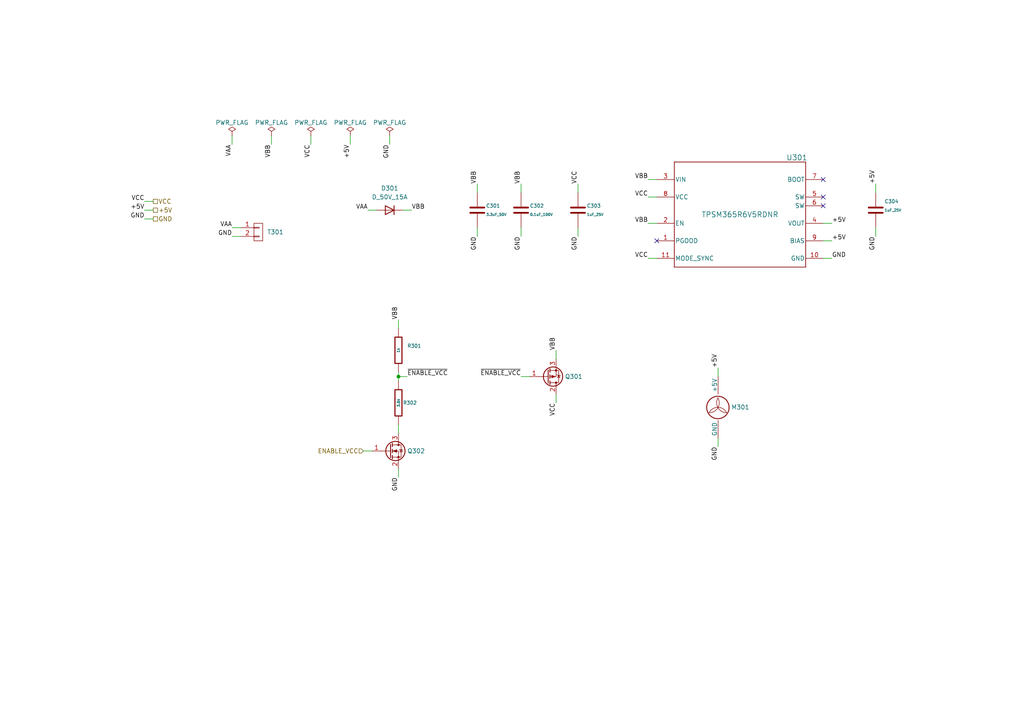
<source format=kicad_sch>
(kicad_sch (version 20230121) (generator eeschema)
  (paper "A4")
  (title_block (title "honeycomb-pcb") (date "2024-07-16") (rev "1.0") (company "Howard Hughes Medical Institute"))
  (lib_symbols
    (symbol "Janelia:C_0.1uF_100V_0402" (pin_numbers hide) (pin_names (offset 0.254))
      (property "Reference" "C" (at 0 2.54 0))
      (property "Value" "0.1uF_100V" (at 0 0 0))
      (symbol "C_0.1uF_100V_0402_0_1"
        (polyline (pts (xy -2.032 -0.762) (xy 2.032 -0.762)) (stroke (width 0.508)))
        (polyline (pts (xy -2.032 0.762) (xy 2.032 0.762)) (stroke (width 0.508)))
      )
      (symbol "C_0.1uF_100V_0402_1_1"
        (pin passive line (at 0 5.08 270) (length 4.318) (name "~") (number "1"))
        (pin passive line (at 0 -5.08 90) (length 4.318) (name "~") (number "2"))
      )
    )
    (symbol "Janelia:C_1uF_25V_0402" (pin_numbers hide) (pin_names (offset 0.254))
      (property "Reference" "C" (at 0 2.54 0))
      (property "Value" "1uF_25V" (at 0 0 0))
      (symbol "C_1uF_25V_0402_0_1"
        (polyline (pts (xy -2.032 -0.762) (xy 2.032 -0.762)) (stroke (width 0.508)))
        (polyline (pts (xy -2.032 0.762) (xy 2.032 0.762)) (stroke (width 0.508)))
      )
      (symbol "C_1uF_25V_0402_1_1"
        (pin passive line (at 0 5.08 270) (length 4.318) (name "~") (number "1"))
        (pin passive line (at 0 -5.08 90) (length 4.318) (name "~") (number "2"))
      )
    )
    (symbol "Janelia:C_3.3uF_50V_1210" (pin_numbers hide) (pin_names (offset 0.254))
      (property "Reference" "C" (at 0 2.54 0))
      (property "Value" "3.3uF_50V" (at 0 0 0))
      (symbol "C_3.3uF_50V_1210_0_1"
        (polyline (pts (xy -2.032 -0.762) (xy 2.032 -0.762)) (stroke (width 0.508)))
        (polyline (pts (xy -2.032 0.762) (xy 2.032 0.762)) (stroke (width 0.508)))
      )
      (symbol "C_3.3uF_50V_1210_1_1"
        (pin passive line (at 0 5.08 270) (length 4.318) (name "~") (number "1"))
        (pin passive line (at 0 -5.08 90) (length 4.318) (name "~") (number "2"))
      )
    )
    (symbol "Janelia:D_50V_15A" (pin_numbers hide) (pin_names (offset 1.016) hide)
      (property "Reference" "D" (at 0 2.54 0))
      (property "Value" "D_50V_15A" (at 0 -2.54 0))
      (symbol "D_50V_15A_0_1"
        (polyline (pts (xy -1.27 1.27) (xy -1.27 -1.27)) (stroke (width 0.254)))
        (polyline (pts (xy 1.27 0) (xy -1.27 0)))
        (polyline (pts (xy 1.27 1.27) (xy 1.27 -1.27) (xy -1.27 0) (xy 1.27 1.27)) (stroke (width 0.254)))
      )
      (symbol "D_50V_15A_1_1"
        (pin passive line (at -3.81 0 0) (length 2.54) (name "K") (number "1"))
        (pin passive line (at 3.81 0 180) (length 2.54) (name "A") (number "2"))
      )
    )
    (symbol "Janelia:Fan_5VDC_25x25x8mm" (pin_numbers hide) (pin_names (offset 0)) (in_bom no)
      (property "Reference" "M" (at 3.81 0 0))
      (symbol "Fan_5VDC_25x25x8mm_0_1"
        (arc (start -2.607 -1.5967) (mid -0.0684 -0.1839) (end -0.067 2.7213))
        (circle (center -0.067 -0.0727) (radius 3.2512) (stroke (width 0.254)))
        (arc (start -0.067 2.7213) (mid -0.0202 -0.1573) (end 2.473 -1.5967))
        (arc (start 2.473 -1.5967) (mid -0.067 -0.0269) (end -2.607 -1.5967))
      )
      (symbol "Fan_5VDC_25x25x8mm_1_1"
        (pin passive line (at 0 8.89 270) (length 5.08) (name "+5V") (number "1"))
        (pin passive line (at 0 -8.89 90) (length 5.08) (name "GND") (number "2"))
        (pin passive line (at 0 -8.89 90) (length 5.08) hide (name "MH") (number "3"))
      )
    )
    (symbol "Janelia:MOSFET-N-CH-EN_100V_260mA" (pin_names hide)
      (property "Reference" "Q" (at 5.08 0 0))
      (symbol "MOSFET-N-CH-EN_100V_260mA_0_1"
        (polyline (pts (xy 0.254 0) (xy -2.54 0)))
        (polyline (pts (xy 0.254 1.905) (xy 0.254 -1.905)) (stroke (width 0.254)))
        (polyline (pts (xy 0.762 -1.27) (xy 0.762 -2.286)) (stroke (width 0.254)))
        (polyline (pts (xy 0.762 0.508) (xy 0.762 -0.508)) (stroke (width 0.254)))
        (polyline (pts (xy 0.762 2.286) (xy 0.762 1.27)) (stroke (width 0.254)))
        (polyline (pts (xy 2.54 2.54) (xy 2.54 1.778)))
        (polyline (pts (xy 2.54 -2.54) (xy 2.54 0) (xy 0.762 0)))
        (polyline (pts (xy 0.762 -1.778) (xy 3.302 -1.778) (xy 3.302 1.778) (xy 0.762 1.778)))
        (polyline (pts (xy 1.016 0) (xy 2.032 0.381) (xy 2.032 -0.381) (xy 1.016 0)) (fill (type outline)))
        (polyline (pts (xy 2.794 0.508) (xy 2.921 0.381) (xy 3.683 0.381) (xy 3.81 0.254)))
        (polyline (pts (xy 3.302 0.381) (xy 2.921 -0.254) (xy 3.683 -0.254) (xy 3.302 0.381)))
        (circle (center 1.651 0) (radius 2.794) (stroke (width 0.254)))
        (circle (center 2.54 -1.778) (radius 0.254) (fill (type outline)))
        (circle (center 2.54 1.778) (radius 0.254) (fill (type outline)))
      )
      (symbol "MOSFET-N-CH-EN_100V_260mA_1_1"
        (pin input line (at -5.08 0 0) (length 2.54) (name "G") (number "1"))
        (pin passive line (at 2.54 -5.08 90) (length 2.54) (name "S") (number "2"))
        (pin passive line (at 2.54 5.08 270) (length 2.54) (name "D") (number "3"))
      )
    )
    (symbol "Janelia:MOSFET-P-CH-EN_60V_50A" (pin_names hide)
      (property "Reference" "Q" (at 5.08 0 0))
      (symbol "MOSFET-P-CH-EN_60V_50A_0_1"
        (polyline (pts (xy 0.254 -1.905) (xy 0.254 1.905)) (stroke (width 0.254)))
        (polyline (pts (xy 0.254 0) (xy -2.54 0)))
        (polyline (pts (xy 0.762 -2.286) (xy 0.762 -1.27)) (stroke (width 0.254)))
        (polyline (pts (xy 0.762 -0.508) (xy 0.762 0.508)) (stroke (width 0.254)))
        (polyline (pts (xy 0.762 1.27) (xy 0.762 2.286)) (stroke (width 0.254)))
        (polyline (pts (xy 2.54 -2.54) (xy 2.54 -1.778)))
        (polyline (pts (xy 2.54 2.54) (xy 2.54 0) (xy 0.762 0)))
        (polyline (pts (xy 0.762 -1.778) (xy 3.302 -1.778) (xy 3.302 1.778) (xy 0.762 1.778)))
        (polyline (pts (xy 2.286 0) (xy 1.27 -0.381) (xy 1.27 0.381) (xy 2.286 0)) (fill (type outline)))
        (polyline (pts (xy 2.794 0.508) (xy 2.921 0.381) (xy 3.683 0.381) (xy 3.81 0.254)))
        (polyline (pts (xy 3.302 0.381) (xy 2.921 -0.254) (xy 3.683 -0.254) (xy 3.302 0.381)))
        (circle (center 1.651 0) (radius 2.794) (stroke (width 0.254)))
        (circle (center 2.54 -1.778) (radius 0.254) (fill (type outline)))
        (circle (center 2.54 1.778) (radius 0.254) (fill (type outline)))
      )
      (symbol "MOSFET-P-CH-EN_60V_50A_1_1"
        (pin input line (at -5.08 0 0) (length 2.54) (name "G") (number "1"))
        (pin passive line (at 2.54 -5.08 90) (length 2.54) (name "D") (number "2"))
        (pin passive line (at 2.54 5.08 270) (length 2.54) (name "S") (number "3"))
      )
    )
    (symbol "Janelia:R_1k_0402" (pin_numbers hide) (pin_names (offset 0))
      (property "Reference" "R" (at 2.032 0 90))
      (property "Value" "1k" (at 0 0 90))
      (symbol "R_1k_0402_0_1"
        (rectangle (start -1.016 3.81) (end 1.016 -3.81) (stroke (width 0.3048)))
      )
      (symbol "R_1k_0402_1_1"
        (pin passive line (at 0 6.35 270) (length 2.54) (name "~") (number "1"))
        (pin passive line (at 0 -6.35 90) (length 2.54) (name "~") (number "2"))
      )
    )
    (symbol "Janelia:R_3.6k_0402" (pin_numbers hide) (pin_names (offset 0))
      (property "Reference" "R" (at 2.032 0 90))
      (property "Value" "3.6k" (at 0 0 90))
      (symbol "R_3.6k_0402_0_1"
        (rectangle (start -1.016 3.81) (end 1.016 -3.81) (stroke (width 0.3048)))
      )
      (symbol "R_3.6k_0402_1_1"
        (pin passive line (at 0 6.35 270) (length 2.54) (name "~") (number "1"))
        (pin passive line (at 0 -6.35 90) (length 2.54) (name "~") (number "2"))
      )
    )
    (symbol "Janelia:TERM_BLK_HDR_2POS_90DEG_0.2IN" (pin_names (offset 1.016) hide)
      (property "Reference" "T" (at 0 3.81 0))
      (symbol "TERM_BLK_HDR_2POS_90DEG_0.2IN_0_1"
        (rectangle (start -1.27 -1.143) (end 0.254 -1.397))
        (rectangle (start -1.27 1.397) (end 0.254 1.143))
        (rectangle (start -1.27 2.54) (end 1.27 -2.54))
      )
      (symbol "TERM_BLK_HDR_2POS_90DEG_0.2IN_1_1"
        (pin passive line (at -5.08 1.27 0) (length 3.81) (name "P1") (number "1"))
        (pin passive line (at -5.08 -1.27 0) (length 3.81) (name "P2") (number "2"))
      )
    )
    (symbol "Janelia:TPSM365R6V5RDNR" (pin_names (offset 0.254))
      (property "Reference" "U" (at 16.51 16.51 0))
      (property "Value" "TPSM365R6V5RDNR" (at 0 0 0))
      (symbol "TPSM365R6V5RDNR_0_1"
        (polyline (pts (xy -19.05 -15.24) (xy 19.05 -15.24)) (stroke (width 0.2032)))
        (polyline (pts (xy -19.05 15.24) (xy -19.05 -15.24)) (stroke (width 0.2032)))
        (polyline (pts (xy 19.05 -15.24) (xy 19.05 15.24)) (stroke (width 0.2032)))
        (polyline (pts (xy 19.05 15.24) (xy -19.05 15.24)) (stroke (width 0.2032)))
        (pin open_collector line (at -24.13 -7.62 0) (length 5.08) (name "PGOOD") (number "1"))
        (pin power_in line (at 24.13 -12.7 180) (length 5.08) (name "GND") (number "10"))
        (pin unspecified line (at -24.13 -12.7 0) (length 5.08) (name "MODE_SYNC") (number "11"))
        (pin input line (at -24.13 -2.54 0) (length 5.08) (name "EN") (number "2"))
        (pin power_in line (at -24.13 10.16 0) (length 5.08) (name "VIN") (number "3"))
        (pin unspecified line (at 24.13 -2.54 180) (length 5.08) (name "VOUT") (number "4"))
        (pin unspecified line (at 24.13 5.08 180) (length 5.08) (name "SW") (number "5"))
        (pin unspecified line (at 24.13 2.54 180) (length 5.08) (name "SW") (number "6"))
        (pin unspecified line (at 24.13 10.16 180) (length 5.08) (name "BOOT") (number "7"))
        (pin unspecified line (at -24.13 5.08 0) (length 5.08) (name "VCC") (number "8"))
        (pin unspecified line (at 24.13 -7.62 180) (length 5.08) (name "BIAS") (number "9"))
      )
    )
    (symbol "power:PWR_FLAG" (power) (pin_numbers hide) (pin_names (offset 0) hide)
      (property "Value" "PWR_FLAG" (at 0 3.81 0))
      (symbol "PWR_FLAG_0_0"
        (pin power_out line (at 0 0 90) (length 0) (name "pwr") (number "1"))
      )
      (symbol "PWR_FLAG_0_1"
        (polyline (pts (xy 0 0) (xy 0 1.27) (xy -1.016 1.905) (xy 0 2.54) (xy 1.016 1.905) (xy 0 1.27)))
      )
    )
  )
  (junction (at 115.57 109.22))
  (no_connect (at 238.76 57.15))
  (no_connect (at 238.76 59.69))
  (no_connect (at 190.5 69.85))
  (no_connect (at 238.76 52.07))
  (wire (pts (xy 190.5 52.07) (xy 187.96 52.07)))
  (wire (pts (xy 44.45 63.5) (xy 41.91 63.5)))
  (wire (pts (xy 90.17 39.37) (xy 90.17 41.91)))
  (wire (pts (xy 116.84 60.96) (xy 119.38 60.96)))
  (wire (pts (xy 107.95 130.81) (xy 105.41 130.81)))
  (wire (pts (xy 238.76 64.77) (xy 241.3 64.77)))
  (wire (pts (xy 190.5 74.93) (xy 187.96 74.93)))
  (wire (pts (xy 67.31 39.37) (xy 67.31 41.91)))
  (wire (pts (xy 78.74 39.37) (xy 78.74 41.91)))
  (wire (pts (xy 44.45 60.96) (xy 41.91 60.96)))
  (wire (pts (xy 115.57 135.89) (xy 115.57 138.43)))
  (wire (pts (xy 151.13 55.88) (xy 151.13 53.34)))
  (wire (pts (xy 208.28 127) (xy 208.28 129.54)))
  (wire (pts (xy 167.64 66.04) (xy 167.64 68.58)))
  (wire (pts (xy 238.76 69.85) (xy 241.3 69.85)))
  (wire (pts (xy 208.28 109.22) (xy 208.28 106.68)))
  (wire (pts (xy 153.67 109.22) (xy 151.13 109.22)))
  (wire (pts (xy 138.43 66.04) (xy 138.43 68.58)))
  (wire (pts (xy 161.29 114.3) (xy 161.29 116.84)))
  (wire (pts (xy 115.57 109.22) (xy 115.57 110.49)))
  (wire (pts (xy 44.45 58.42) (xy 41.91 58.42)))
  (wire (pts (xy 69.85 66.04) (xy 67.31 66.04)))
  (wire (pts (xy 69.85 68.58) (xy 67.31 68.58)))
  (wire (pts (xy 254 55.88) (xy 254 53.34)))
  (wire (pts (xy 161.29 104.14) (xy 161.29 101.6)))
  (wire (pts (xy 138.43 55.88) (xy 138.43 53.34)))
  (wire (pts (xy 115.57 125.73) (xy 115.57 123.19)))
  (wire (pts (xy 115.57 107.95) (xy 115.57 109.22)))
  (wire (pts (xy 254 66.04) (xy 254 68.58)))
  (wire (pts (xy 109.22 60.96) (xy 106.68 60.96)))
  (wire (pts (xy 151.13 66.04) (xy 151.13 68.58)))
  (wire (pts (xy 190.5 64.77) (xy 187.96 64.77)))
  (wire (pts (xy 167.64 55.88) (xy 167.64 53.34)))
  (wire (pts (xy 238.76 74.93) (xy 241.3 74.93)))
  (wire (pts (xy 115.57 95.25) (xy 115.57 92.71)))
  (wire (pts (xy 190.5 57.15) (xy 187.96 57.15)))
  (wire (pts (xy 101.6 39.37) (xy 101.6 41.91)))
  (wire (pts (xy 113.03 39.37) (xy 113.03 41.91)))
  (wire (pts (xy 115.57 109.22) (xy 118.11 109.22)))
  (label "+5V" (at 241.3 69.85 0))
  (label "VAA" (at 67.31 41.91 270))
  (label "~{ENABLE_VCC}" (at 151.13 109.22 180))
  (label "VAA" (at 106.68 60.96 180))
  (label "GND" (at 241.3 74.93 0))
  (label "VBB" (at 151.13 53.34 90))
  (label "GND" (at 113.03 41.91 270))
  (label "GND" (at 67.31 68.58 180))
  (label "VCC" (at 187.96 57.15 180))
  (label "VBB" (at 187.96 64.77 180))
  (label "VAA" (at 67.31 66.04 180))
  (label "VBB" (at 119.38 60.96 0))
  (label "GND" (at 254 68.58 270))
  (label "~{ENABLE_VCC}" (at 118.11 109.22 0))
  (label "GND" (at 115.57 138.43 270))
  (label "VBB" (at 115.57 92.71 90))
  (label "VBB" (at 161.29 101.6 90))
  (label "VCC" (at 167.64 53.34 90))
  (label "VBB" (at 78.74 41.91 270))
  (label "+5V" (at 254 53.34 90))
  (label "VCC" (at 41.91 58.42 180))
  (label "VCC" (at 187.96 74.93 180))
  (label "VBB" (at 138.43 53.34 90))
  (label "+5V" (at 101.6 41.91 270))
  (label "VCC" (at 90.17 41.91 270))
  (label "VBB" (at 187.96 52.07 180))
  (label "GND" (at 41.91 63.5 180))
  (label "GND" (at 138.43 68.58 270))
  (label "+5V" (at 41.91 60.96 180))
  (label "VCC" (at 161.29 116.84 270))
  (label "+5V" (at 208.28 106.68 90))
  (label "GND" (at 167.64 68.58 270))
  (label "+5V" (at 241.3 64.77 0))
  (label "GND" (at 208.28 129.54 270))
  (label "GND" (at 151.13 68.58 270))
  (hierarchical_label "+5V" (shape passive) (at 44.45 60.96 0))
  (hierarchical_label "GND" (shape passive) (at 44.45 63.5 0))
  (hierarchical_label "VCC" (shape passive) (at 44.45 58.42 0))
  (hierarchical_label "ENABLE_VCC" (shape input) (at 105.41 130.81 180))
  (symbol (lib_id "Janelia:TERM_BLK_HDR_2POS_90DEG_0.2IN") (at 74.93 67.31 0) (unit 1)
    (property "Reference" "T301" (at 77.47 67.31 0) (effects (justify left)))
    (property "Value" "TERM_BLK_HDR_2POS_90DEG_0.2IN" (effects hide))
    (property "Footprint" "Janelia:PHOENIX_1757242" (effects hide))
    (property "Vendor" "Digi-Key" (effects hide))
    (property "Vendor Part Number" "277-1106-ND" (effects hide))
    (property "Synopsis" "TERM BLOCK HDR 2POS 90DEG 5.08MM" (effects hide))
    (property "Manufacturer" "Phoenix Contact" (effects hide))
    (property "Manufacturer Part Number" "1757242" (effects hide))
    (property "Sim.Enable" "0" (effects hide))
  )
  (symbol (lib_id "power:PWR_FLAG") (at 67.31 39.37 0) (unit 1)
    (property "Reference" "#FLG0301" (effects hide))
    (property "Value" "PWR_FLAG" (at 67.31 35.56 0))
  )
  (symbol (lib_id "Janelia:C_1uF_25V_0402") (at 167.64 60.96 0) (unit 1)
    (property "Reference" "C303" (at 170.18 59.69 0) (effects (font (size 1.016 1.016)) (justify left)))
    (property "Value" "1uF_25V" (at 170.18 62.23 0) (effects (font (size 0.762 0.762)) (justify left)))
    (property "Footprint" "Janelia:C_0402_1005Metric" (effects hide))
    (property "Vendor" "Digi-Key" (effects hide))
    (property "Vendor Part Number" "490-12263-1-ND" (effects hide))
    (property "Synopsis" "CAP CER 1UF 25V X5R" (effects hide))
    (property "Package" "0402" (effects hide))
    (property "Manufacturer" "Murata Electronics" (effects hide))
    (property "Manufacturer Part Number" "GRT155R61E105KE01D" (effects hide))
    (property "LCSC" "C711085" (effects hide))
  )
  (symbol (lib_id "Janelia:MOSFET-P-CH-EN_60V_50A") (at 158.75 109.22 0) (unit 1)
    (property "Reference" "Q301" (at 163.83 109.22 0) (effects (justify left)))
    (property "Value" "MOSFET-P-CH-EN_60V_50A" (effects hide))
    (property "Footprint" "Janelia:TO-252-2" (effects hide))
    (property "Synopsis" "1PCSPChannel 60V 50A" (effects hide))
    (property "Manufacturer" "VBsemi Elec" (effects hide))
    (property "Manufacturer Part Number" "30P06-VB" (effects hide))
    (property "Vendor" "JLCPCB" (effects hide))
    (property "Vendor Part Number" "C709875" (effects hide))
    (property "Package" "TO-252-2" (effects hide))
    (property "Sim.Enable" "0" (effects hide))
    (property "LCSC" "C709875" (effects hide))
  )
  (symbol (lib_id "power:PWR_FLAG") (at 113.03 39.37 0) (unit 1)
    (property "Reference" "#FLG0305" (effects hide))
    (property "Value" "PWR_FLAG" (at 113.03 35.56 0))
  )
  (symbol (lib_id "Janelia:TPSM365R6V5RDNR") (at 214.63 62.23 0) (unit 1)
    (property "Reference" "U301" (at 231.14 45.72 0) (effects (font (size 1.524 1.524))))
    (property "Value" "TPSM365R6V5RDNR" (at 214.63 62.23 0) (effects (font (size 1.524 1.524))))
    (property "Footprint" "Janelia:RDN0011A-MFG" (effects hide))
    (property "Synopsis" "DC-DC 5V 600mA Output 3-65V Input" (effects hide))
    (property "Manufacturer" "Texas Instruments" (effects hide))
    (property "Manufacturer Part Number" "TPSM365R6V5RDNR" (effects hide))
    (property "Vendor" "Digi-Key" (effects hide))
    (property "Vendor Part Number" "296-TPSM365R6V5RDNRCT-ND" (effects hide))
    (property "LCSC" "C19078014" (effects hide))
    (property "Package" "QFN-11(3.5x4.5)" (effects hide))
  )
  (symbol (lib_id "power:PWR_FLAG") (at 78.74 39.37 0) (unit 1)
    (property "Reference" "#FLG0302" (effects hide))
    (property "Value" "PWR_FLAG" (at 78.74 35.56 0))
  )
  (symbol (lib_id "power:PWR_FLAG") (at 101.6 39.37 0) (unit 1)
    (property "Reference" "#FLG0304" (effects hide))
    (property "Value" "PWR_FLAG" (at 101.6 35.56 0))
  )
  (symbol (lib_id "Janelia:C_0.1uF_100V_0402") (at 151.13 60.96 0) (unit 1)
    (property "Reference" "C302" (at 153.67 59.69 0) (effects (font (size 1.016 1.016)) (justify left)))
    (property "Value" "0.1uF_100V" (at 153.67 62.23 0) (effects (font (size 0.762 0.762)) (justify left)))
    (property "Footprint" "Janelia:C_0402_1005Metric" (effects hide))
    (property "Vendor" "Digi-Key" (effects hide))
    (property "Vendor Part Number" "490-10458-1-ND" (effects hide))
    (property "Synopsis" "CAP CER 0.1UF 100V X5R" (effects hide))
    (property "Manufacturer" "Murata Electronics" (effects hide))
    (property "Manufacturer Part Number" "GRM155R62A104KE14D" (effects hide))
    (property "Package" "0402" (effects hide))
    (property "LCSC" "C162178" (effects hide))
  )
  (symbol (lib_id "Janelia:R_1k_0402") (at 115.57 101.6 0) (unit 1)
    (property "Reference" "R301" (at 118.11 100.33 0) (effects (font (size 1.016 1.016)) (justify left)))
    (property "Value" "1k" (at 115.57 101.6 90) (effects (font (size 0.762 0.762))))
    (property "Footprint" "Janelia:R_0402_1005Metric" (effects hide))
    (property "Vendor" "Digi-Key" (effects hide))
    (property "Vendor Part Number" "311-1.00KLRCT-ND" (effects hide))
    (property "Synopsis" "RES SMD 1K OHM 1% 1/16W" (effects hide))
    (property "Package" "0402" (effects hide))
    (property "Manufacturer" "YAGEO" (effects hide))
    (property "Manufacturer Part Number" "RC0402FR-071KL" (effects hide))
    (property "LCSC" "C106235" (effects hide))
  )
  (symbol (lib_id "Janelia:D_50V_15A") (at 113.03 60.96 180) (unit 1)
    (property "Reference" "D301" (at 113.03 54.61 0))
    (property "Value" "D_50V_15A" (at 113.03 57.15 0))
    (property "Footprint" "Janelia:POWERDI5_DIO" (effects hide))
    (property "Sim.Pins" "1=K 2=A" (effects hide))
    (property "Synopsis" "50V 15A PowerDI-5 Super Barrier Rectifier" (effects hide))
    (property "Package" "PowerDI-5" (effects hide))
    (property "Manufacturer" "Diodes Incorporated" (effects hide))
    (property "Manufacturer Part Number" "SBRT15U50SP5-13" (effects hide))
    (property "Vendor" "Digi-Key" (effects hide))
    (property "Vendor Part Number" "SBRT15U50SP5-13DICT-ND" (effects hide))
    (property "LCSC" "C211388" (effects hide))
    (property "Sim.Enable" "0" (effects hide))
  )
  (symbol (lib_id "Janelia:C_3.3uF_50V_1210") (at 138.43 60.96 0) (unit 1)
    (property "Reference" "C301" (at 140.97 59.69 0) (effects (font (size 1.016 1.016)) (justify left)))
    (property "Value" "3.3uF_50V" (at 140.97 62.23 0) (effects (font (size 0.762 0.762)) (justify left)))
    (property "Footprint" "Janelia:C_1210_3225Metric" (effects hide))
    (property "Vendor" "JLCPCB" (effects hide))
    (property "Vendor Part Number" "C1021610" (effects hide))
    (property "Synopsis" "50V 3.3uF" (effects hide))
    (property "Package" "1210" (effects hide))
    (property "Manufacturer" "PSA(Prosperity Dielectrics)" (effects hide))
    (property "Manufacturer Part Number" "FS32X335K500EGG" (effects hide))
    (property "LCSC" "C1021610" (effects hide))
  )
  (symbol (lib_id "Janelia:R_3.6k_0402") (at 115.57 116.84 0) (unit 1)
    (property "Reference" "R302" (at 116.84 116.84 0) (effects (font (size 1.016 1.016)) (justify left)))
    (property "Value" "3.6k" (at 115.57 116.84 90) (effects (font (size 0.762 0.762))))
    (property "Footprint" "Janelia:R_0402_1005Metric" (effects hide))
    (property "Vendor" "JLCPCB" (effects hide))
    (property "Vendor Part Number" "C162873" (effects hide))
    (property "Synopsis" "RES SMD 3.6K OHM 1% 1/16W" (effects hide))
    (property "Package" "0402" (effects hide))
    (property "Manufacturer" "TA-I Tech" (effects hide))
    (property "Manufacturer Part Number" "RM04JTN362" (effects hide))
    (property "LCSC" "C162873" (effects hide))
  )
  (symbol (lib_id "power:PWR_FLAG") (at 90.17 39.37 0) (unit 1)
    (property "Reference" "#FLG0303" (effects hide))
    (property "Value" "PWR_FLAG" (at 90.17 35.56 0))
  )
  (symbol (lib_id "Janelia:C_1uF_25V_0402") (at 254 60.96 0) (unit 1)
    (property "Reference" "C304" (at 256.54 58.42 0) (effects (font (size 1.016 1.016)) (justify left)))
    (property "Value" "1uF_25V" (at 256.54 60.96 0) (effects (font (size 0.762 0.762)) (justify left)))
    (property "Footprint" "Janelia:C_0402_1005Metric" (effects hide))
    (property "Vendor" "Digi-Key" (effects hide))
    (property "Vendor Part Number" "490-12263-1-ND" (effects hide))
    (property "Synopsis" "CAP CER 1UF 25V X5R" (effects hide))
    (property "Package" "0402" (effects hide))
    (property "Manufacturer" "Murata Electronics" (effects hide))
    (property "Manufacturer Part Number" "GRT155R61E105KE01D" (effects hide))
    (property "LCSC" "C711085" (effects hide))
  )
  (symbol (lib_id "Janelia:Fan_5VDC_25x25x8mm") (at 208.28 118.11 0) (unit 1) (in_bom no)
    (property "Reference" "M301" (at 212.09 118.11 0) (effects (justify left)))
    (property "Value" "Fan_5VDC_25x25x8mm" (effects hide))
    (property "Footprint" "Janelia:FAN_5VDC_25x25x8mm" (effects hide))
    (property "Synopsis" "FAN AXIAL 25X8MM 5VDC WIRE" (effects hide))
    (property "Manufacturer" "ebm-papst Inc." (effects hide))
    (property "Manufacturer Part Number" "255M" (effects hide))
    (property "Vendor" "Digi-Key" (effects hide))
    (property "Vendor Part Number" "381-2353-ND" (effects hide))
    (property "Sim.Enable" "0" (effects hide))
  )
  (symbol (lib_id "Janelia:MOSFET-N-CH-EN_100V_260mA") (at 113.03 130.81 0) (unit 1)
    (property "Reference" "Q302" (at 118.11 130.81 0) (effects (justify left)))
    (property "Value" "MOSFET-N-CH-EN_100V_260mA" (effects hide))
    (property "Footprint" "Janelia:SOT-23" (effects hide))
    (property "Synopsis" "100V 260mA N-Channel MOSFET" (effects hide))
    (property "Manufacturer" "VBsemi Elec" (effects hide))
    (property "Manufacturer Part Number" "2SK1589-T1B-VB" (effects hide))
    (property "Vendor" "JLCPCB" (effects hide))
    (property "Vendor Part Number" "C724949" (effects hide))
    (property "Package" "SOT-23" (effects hide))
    (property "Sim.Enable" "0" (effects hide))
    (property "LCSC" "C724949" (effects hide))
  )
)
</source>
